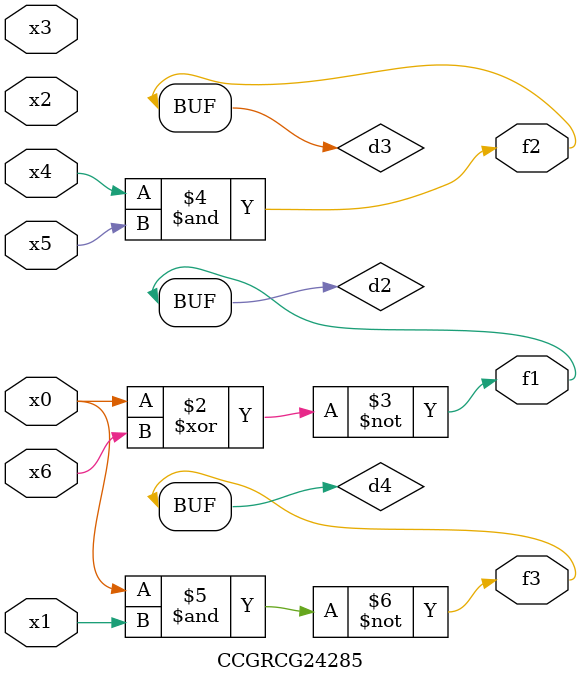
<source format=v>
module CCGRCG24285(
	input x0, x1, x2, x3, x4, x5, x6,
	output f1, f2, f3
);

	wire d1, d2, d3, d4;

	nor (d1, x0);
	xnor (d2, x0, x6);
	and (d3, x4, x5);
	nand (d4, x0, x1);
	assign f1 = d2;
	assign f2 = d3;
	assign f3 = d4;
endmodule

</source>
